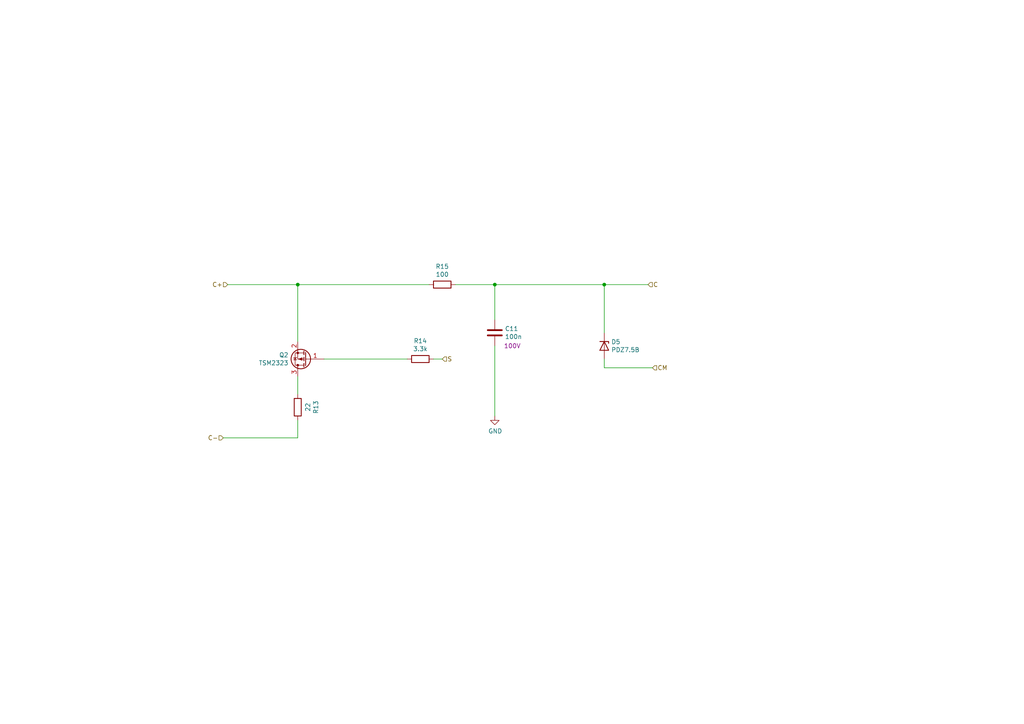
<source format=kicad_sch>
(kicad_sch (version 20250114) (generator "eeschema") (generator_version "9.0")
  (paper "A4")
  (lib_symbols
    (symbol "Device:C" (pin_numbers (hide yes)) (pin_names (offset 0.254))
      (property "Reference" "C" (at 0.635 2.54 0))
      (property "Value" "C" (at 0.635 -2.54 0))
      (symbol "C_0_1"
        (polyline (pts (xy -2.032 0.762) (xy 2.032 0.762)) (stroke (width 0.508)))
        (polyline (pts (xy -2.032 -0.762) (xy 2.032 -0.762)) (stroke (width 0.508)))
      )
      (symbol "C_1_1"
        (pin passive line (at 0 3.81 270) (length 2.794) (name "~") (number "1"))
        (pin passive line (at 0 -3.81 90) (length 2.794) (name "~") (number "2"))
      )
    )
    (symbol "Device:D_Zener" (pin_numbers (hide yes)) (pin_names (offset 1.016) (hide yes))
      (property "Reference" "D" (at 0 2.54 0))
      (property "Value" "D_Zener" (at 0 -2.54 0))
      (symbol "D_Zener_0_1"
        (polyline (pts (xy -1.27 -1.27) (xy -1.27 1.27) (xy -0.762 1.27)) (stroke (width 0.254)))
        (polyline (pts (xy 1.27 0) (xy -1.27 0)))
        (polyline (pts (xy 1.27 -1.27) (xy 1.27 1.27) (xy -1.27 0) (xy 1.27 -1.27)) (stroke (width 0.254)))
      )
      (symbol "D_Zener_1_1"
        (pin passive line (at -3.81 0 0) (length 2.54) (name "K") (number "1"))
        (pin passive line (at 3.81 0 180) (length 2.54) (name "A") (number "2"))
      )
    )
    (symbol "Device:Q_PMOS_GSD" (pin_names (offset 0) (hide yes))
      (property "Reference" "Q" (at 5.08 1.27 0))
      (property "Value" "Device_Q_PMOS_GSD" (at 5.08 -1.27 0))
      (symbol "Q_PMOS_GSD_0_1"
        (polyline (pts (xy 0.0508 0) (xy 0.254 0)))
        (polyline (pts (xy 0.254 1.905) (xy 0.254 -1.905) (xy 0.254 -1.905)) (stroke (width 0.254)))
        (polyline (pts (xy 0.762 2.286) (xy 0.762 1.27)) (stroke (width 0.254)))
        (polyline (pts (xy 0.762 1.778) (xy 2.54 1.778)))
        (polyline (pts (xy 0.762 0.508) (xy 0.762 -0.508)) (stroke (width 0.254)))
        (polyline (pts (xy 0.762 0) (xy 2.54 0)))
        (polyline (pts (xy 0.762 -1.27) (xy 0.762 -2.286)) (stroke (width 0.254)))
        (polyline (pts (xy 0.762 -1.778) (xy 2.54 -1.778)))
        (circle (center 1.651 0) (radius 2.8194) (stroke (width 0.254)))
        (polyline (pts (xy 2.286 0) (xy 1.27 -0.381) (xy 1.27 0.381) (xy 2.286 0)) (fill (type outline)))
        (polyline (pts (xy 2.54 2.54) (xy 2.54 1.778)))
        (circle (center 2.54 1.778) (radius 0.2794) (fill (type outline)))
        (polyline (pts (xy 2.54 -1.778) (xy 2.54 0)))
        (polyline (pts (xy 2.54 -1.778) (xy 2.54 -2.54)))
        (polyline (pts (xy 2.54 -1.778) (xy 3.302 -1.778) (xy 3.302 1.778) (xy 2.54 1.778)))
        (circle (center 2.54 -1.778) (radius 0.2794) (fill (type outline)))
        (polyline (pts (xy 2.794 -0.508) (xy 2.921 -0.381) (xy 3.683 -0.381) (xy 3.81 -0.254)))
        (polyline (pts (xy 3.302 -0.381) (xy 2.921 0.254) (xy 3.683 0.254) (xy 3.302 -0.381)))
      )
      (symbol "Q_PMOS_GSD_1_1"
        (pin input line (at -5.08 0 0) (length 5.08) (name "G") (number "1"))
        (pin passive line (at 2.54 5.08 270) (length 2.54) (name "D") (number "3"))
        (pin passive line (at 2.54 -5.08 90) (length 2.54) (name "S") (number "2"))
      )
    )
    (symbol "Device:R" (pin_numbers (hide yes)) (pin_names (offset 0))
      (property "Reference" "R" (at 2.032 0 90))
      (property "Value" "R" (at 0 0 90))
      (symbol "R_0_1"
        (rectangle (start -1.016 -2.54) (end 1.016 2.54) (stroke (width 0.254)))
      )
      (symbol "R_1_1"
        (pin passive line (at 0 3.81 270) (length 1.27) (name "~") (number "1"))
        (pin passive line (at 0 -3.81 90) (length 1.27) (name "~") (number "2"))
      )
    )
    (symbol "power:GND" (power) (pin_numbers (hide yes)) (pin_names (offset 0) (hide yes))
      (property "Value" "GND" (at 0 -3.81 0))
      (symbol "GND_0_1"
        (polyline (pts (xy 0 0) (xy 0 -1.27) (xy 1.27 -1.27) (xy 0 -2.54) (xy -1.27 -1.27) (xy 0 -1.27)))
      )
      (symbol "GND_1_1"
        (pin power_in line (at 0 0 270) (length 0) (name "~") (number "1"))
      )
    )
  )
  (junction (at 175.26 82.55))
  (junction (at 86.36 82.55))
  (junction (at 143.51 82.55))
  (wire (pts (xy 175.26 96.52) (xy 175.26 82.55)))
  (wire (pts (xy 143.51 82.55) (xy 143.51 92.71)))
  (wire (pts (xy 86.36 109.22) (xy 86.36 114.3)))
  (wire (pts (xy 175.26 106.68) (xy 189.23 106.68)))
  (wire (pts (xy 175.26 82.55) (xy 187.96 82.55)))
  (wire (pts (xy 86.36 82.55) (xy 124.46 82.55)))
  (wire (pts (xy 143.51 100.33) (xy 143.51 120.65)))
  (wire (pts (xy 64.77 127) (xy 86.36 127)))
  (wire (pts (xy 86.36 99.06) (xy 86.36 82.55)))
  (wire (pts (xy 86.36 121.92) (xy 86.36 127)))
  (wire (pts (xy 175.26 104.14) (xy 175.26 106.68)))
  (wire (pts (xy 66.04 82.55) (xy 86.36 82.55)))
  (wire (pts (xy 125.73 104.14) (xy 128.27 104.14)))
  (wire (pts (xy 143.51 82.55) (xy 175.26 82.55)))
  (wire (pts (xy 132.08 82.55) (xy 143.51 82.55)))
  (wire (pts (xy 93.98 104.14) (xy 118.11 104.14)))
  (hierarchical_label "C" (shape input) (at 187.96 82.55 0))
  (hierarchical_label "S" (shape input) (at 128.27 104.14 0))
  (hierarchical_label "CM" (shape input) (at 189.23 106.68 0))
  (hierarchical_label "C-" (shape input) (at 64.77 127 180))
  (hierarchical_label "C+" (shape input) (at 66.04 82.55 180))
  (symbol (lib_id "Device:R") (at 128.27 82.55 270) (unit 1)
    (property "Reference" "R71" (at 128.27 77.2922 90))
    (property "Value" "100" (at 128.27 79.6036 90))
    (property "Footprint" "Resistor_SMD:R_0603_1608Metric" (effects (hide yes)))
    (instances (project "" (path "" (reference "R15") (unit 1)) (path "" (reference "R19") (unit 1)) (path "" (reference "R23") (unit 1)) (path "" (reference "R27") (unit 1)) (path "" (reference "R31") (unit 1)) (path "" (reference "R35") (unit 1)) (path "" (reference "R39") (unit 1)) (path "" (reference "R43") (unit 1)) (path "" (reference "R47") (unit 1)) (path "" (reference "R51") (unit 1)) (path "" (reference "R55") (unit 1)) (path "" (reference "R59") (unit 1)) (path "" (reference "R63") (unit 1)) (path "" (reference "R67") (unit 1)) (path "" (reference "R71") (unit 1))))
  )
  (symbol (lib_id "Device:C") (at 143.51 96.52 180) (unit 1)
    (property "Reference" "C25" (at 146.431 95.3516 0) (effects (justify right)))
    (property "Value" "100n" (at 146.431 97.663 0) (effects (justify right)))
    (property "Footprint" "Capacitor_SMD:C_0603_1608Metric" (effects (hide yes)))
    (property "MPN" "GRM188R72A104KA35D" (effects (hide yes)))
    (property "Voltage" "100V" (at 148.59 100.33 0))
    (instances (project "" (path "" (reference "C11") (unit 1)) (path "" (reference "C12") (unit 1)) (path "" (reference "C13") (unit 1)) (path "" (reference "C14") (unit 1)) (path "" (reference "C15") (unit 1)) (path "" (reference "C16") (unit 1)) (path "" (reference "C17") (unit 1)) (path "" (reference "C18") (unit 1)) (path "" (reference "C19") (unit 1)) (path "" (reference "C20") (unit 1)) (path "" (reference "C21") (unit 1)) (path "" (reference "C22") (unit 1)) (path "" (reference "C23") (unit 1)) (path "" (reference "C24") (unit 1)) (path "" (reference "C25") (unit 1))))
  )
  (symbol (lib_id "Device:R") (at 121.92 104.14 270) (unit 1)
    (property "Reference" "R70" (at 121.92 98.8822 90))
    (property "Value" "3.3k" (at 121.92 101.1936 90))
    (property "Footprint" "Resistor_SMD:R_0603_1608Metric" (effects (hide yes)))
    (instances (project "" (path "" (reference "R14") (unit 1)) (path "" (reference "R18") (unit 1)) (path "" (reference "R22") (unit 1)) (path "" (reference "R26") (unit 1)) (path "" (reference "R30") (unit 1)) (path "" (reference "R34") (unit 1)) (path "" (reference "R38") (unit 1)) (path "" (reference "R42") (unit 1)) (path "" (reference "R46") (unit 1)) (path "" (reference "R50") (unit 1)) (path "" (reference "R54") (unit 1)) (path "" (reference "R58") (unit 1)) (path "" (reference "R62") (unit 1)) (path "" (reference "R66") (unit 1)) (path "" (reference "R70") (unit 1))))
  )
  (symbol (lib_id "Device:Q_PMOS_GSD") (at 88.9 104.14 180) (unit 1)
    (property "Reference" "Q16" (at 83.693 102.9716 0) (effects (justify left)))
    (property "Value" "TSM2323" (at 83.693 105.283 0) (effects (justify left)))
    (property "Footprint" "Package_TO_SOT_SMD:SOT-23" (effects (hide yes)))
    (instances (project "" (path "" (reference "Q2") (unit 1)) (path "" (reference "Q3") (unit 1)) (path "" (reference "Q4") (unit 1)) (path "" (reference "Q5") (unit 1)) (path "" (reference "Q6") (unit 1)) (path "" (reference "Q7") (unit 1)) (path "" (reference "Q8") (unit 1)) (path "" (reference "Q9") (unit 1)) (path "" (reference "Q10") (unit 1)) (path "" (reference "Q11") (unit 1)) (path "" (reference "Q12") (unit 1)) (path "" (reference "Q13") (unit 1)) (path "" (reference "Q14") (unit 1)) (path "" (reference "Q15") (unit 1)) (path "" (reference "Q16") (unit 1))))
  )
  (symbol (lib_id "Device:R") (at 86.36 118.11 180) (unit 1)
    (property "Reference" "R69" (at 91.6178 118.11 90))
    (property "Value" "22" (at 89.3064 118.11 90))
    (property "Footprint" "Resistor_SMD:R_2512_6332Metric" (effects (hide yes)))
    (instances (project "" (path "" (reference "R13") (unit 1)) (path "" (reference "R17") (unit 1)) (path "" (reference "R21") (unit 1)) (path "" (reference "R25") (unit 1)) (path "" (reference "R29") (unit 1)) (path "" (reference "R33") (unit 1)) (path "" (reference "R37") (unit 1)) (path "" (reference "R41") (unit 1)) (path "" (reference "R45") (unit 1)) (path "" (reference "R49") (unit 1)) (path "" (reference "R53") (unit 1)) (path "" (reference "R57") (unit 1)) (path "" (reference "R61") (unit 1)) (path "" (reference "R65") (unit 1)) (path "" (reference "R69") (unit 1))))
  )
  (symbol (lib_id "Device:D_Zener") (at 175.26 100.33 270) (unit 1)
    (property "Reference" "D19" (at 177.2666 99.1616 90) (effects (justify left)))
    (property "Value" "PDZ7.5B" (at 177.2666 101.473 90) (effects (justify left)))
    (property "Footprint" "Diode_SMD:D_SOD-323" (effects (hide yes)))
    (property "MPN" "PDZ7.5B" (effects (hide yes)))
    (instances (project "" (path "" (reference "D5") (unit 1)) (path "" (reference "D6") (unit 1)) (path "" (reference "D7") (unit 1)) (path "" (reference "D8") (unit 1)) (path "" (reference "D9") (unit 1)) (path "" (reference "D10") (unit 1)) (path "" (reference "D11") (unit 1)) (path "" (reference "D12") (unit 1)) (path "" (reference "D13") (unit 1)) (path "" (reference "D14") (unit 1)) (path "" (reference "D15") (unit 1)) (path "" (reference "D16") (unit 1)) (path "" (reference "D17") (unit 1)) (path "" (reference "D18") (unit 1)) (path "" (reference "D19") (unit 1))))
  )
  (symbol (lib_id "power:GND") (at 143.51 120.65 0) (unit 1)
    (property "Reference" "#PWR036" (effects (hide yes)))
    (property "Value" "GND" (at 143.637 125.0442 0))
    (instances (project "" (path "" (reference "#PWR022") (unit 1)) (path "" (reference "#PWR023") (unit 1)) (path "" (reference "#PWR024") (unit 1)) (path "" (reference "#PWR025") (unit 1)) (path "" (reference "#PWR026") (unit 1)) (path "" (reference "#PWR027") (unit 1)) (path "" (reference "#PWR028") (unit 1)) (path "" (reference "#PWR029") (unit 1)) (path "" (reference "#PWR030") (unit 1)) (path "" (reference "#PWR031") (unit 1)) (path "" (reference "#PWR032") (unit 1)) (path "" (reference "#PWR033") (unit 1)) (path "" (reference "#PWR034") (unit 1)) (path "" (reference "#PWR035") (unit 1)) (path "" (reference "#PWR036") (unit 1))))
  )
)
</source>
